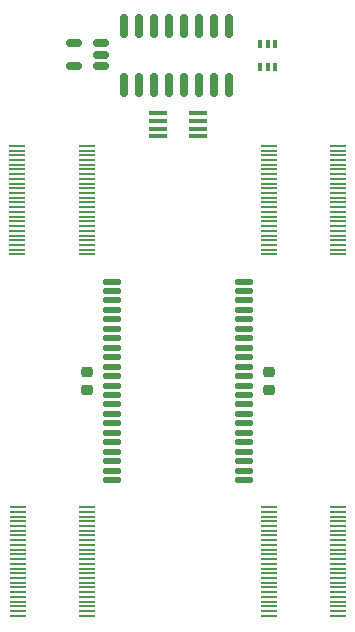
<source format=gtp>
%TF.GenerationSoftware,KiCad,Pcbnew,8.0.7*%
%TF.CreationDate,2025-02-08T20:50:40+05:30*%
%TF.ProjectId,AOS16 Double Buffer,414f5331-3620-4446-9f75-626c65204275,rev?*%
%TF.SameCoordinates,Original*%
%TF.FileFunction,Paste,Top*%
%TF.FilePolarity,Positive*%
%FSLAX46Y46*%
G04 Gerber Fmt 4.6, Leading zero omitted, Abs format (unit mm)*
G04 Created by KiCad (PCBNEW 8.0.7) date 2025-02-08 20:50:40*
%MOMM*%
%LPD*%
G01*
G04 APERTURE LIST*
G04 Aperture macros list*
%AMRoundRect*
0 Rectangle with rounded corners*
0 $1 Rounding radius*
0 $2 $3 $4 $5 $6 $7 $8 $9 X,Y pos of 4 corners*
0 Add a 4 corners polygon primitive as box body*
4,1,4,$2,$3,$4,$5,$6,$7,$8,$9,$2,$3,0*
0 Add four circle primitives for the rounded corners*
1,1,$1+$1,$2,$3*
1,1,$1+$1,$4,$5*
1,1,$1+$1,$6,$7*
1,1,$1+$1,$8,$9*
0 Add four rect primitives between the rounded corners*
20,1,$1+$1,$2,$3,$4,$5,0*
20,1,$1+$1,$4,$5,$6,$7,0*
20,1,$1+$1,$6,$7,$8,$9,0*
20,1,$1+$1,$8,$9,$2,$3,0*%
G04 Aperture macros list end*
%ADD10R,1.600000X0.300000*%
%ADD11RoundRect,0.100000X-0.100000X0.225000X-0.100000X-0.225000X0.100000X-0.225000X0.100000X0.225000X0*%
%ADD12RoundRect,0.150000X-0.150000X0.825000X-0.150000X-0.825000X0.150000X-0.825000X0.150000X0.825000X0*%
%ADD13RoundRect,0.225000X0.250000X-0.225000X0.250000X0.225000X-0.250000X0.225000X-0.250000X-0.225000X0*%
%ADD14R,1.475000X0.200000*%
%ADD15RoundRect,0.150000X0.512500X0.150000X-0.512500X0.150000X-0.512500X-0.150000X0.512500X-0.150000X0*%
%ADD16RoundRect,0.137500X-0.625000X-0.137500X0.625000X-0.137500X0.625000X0.137500X-0.625000X0.137500X0*%
%ADD17RoundRect,0.225000X-0.250000X0.225000X-0.250000X-0.225000X0.250000X-0.225000X0.250000X0.225000X0*%
G04 APERTURE END LIST*
D10*
%TO.C,U2*%
X58767000Y-38215000D03*
X58767000Y-37565000D03*
X58767000Y-36915000D03*
X58767000Y-36265000D03*
X55367000Y-36265000D03*
X55367000Y-36915000D03*
X55367000Y-37565000D03*
X55367000Y-38215000D03*
%TD*%
D11*
%TO.C,IC1*%
X65350000Y-30425000D03*
X64700000Y-30425000D03*
X64050000Y-30425000D03*
X64050000Y-32325000D03*
X64700000Y-32325000D03*
X65350000Y-32325000D03*
%TD*%
D12*
%TO.C,U1*%
X61427000Y-28900000D03*
X60157000Y-28900000D03*
X58887000Y-28900000D03*
X57617000Y-28900000D03*
X56347000Y-28900000D03*
X55077000Y-28900000D03*
X53807000Y-28900000D03*
X52537000Y-28900000D03*
X52537000Y-33850000D03*
X53807000Y-33850000D03*
X55077000Y-33850000D03*
X56347000Y-33850000D03*
X57617000Y-33850000D03*
X58887000Y-33850000D03*
X60157000Y-33850000D03*
X61427000Y-33850000D03*
%TD*%
D13*
%TO.C,C7*%
X64765000Y-59675000D03*
X64765000Y-58125000D03*
%TD*%
D14*
%TO.C,IC5*%
X70655000Y-48210000D03*
X70655000Y-47810000D03*
X70655000Y-47410000D03*
X70655000Y-47010000D03*
X70655000Y-46610000D03*
X70655000Y-46210000D03*
X70655000Y-45810000D03*
X70655000Y-45410000D03*
X70655000Y-45010000D03*
X70655000Y-44610000D03*
X70655000Y-44210000D03*
X70655000Y-43810000D03*
X70655000Y-43410000D03*
X70655000Y-43010000D03*
X70655000Y-42610000D03*
X70655000Y-42210000D03*
X70655000Y-41810000D03*
X70655000Y-41410000D03*
X70655000Y-41010000D03*
X70655000Y-40610000D03*
X70655000Y-40210000D03*
X70655000Y-39810000D03*
X70655000Y-39410000D03*
X70655000Y-39010000D03*
X64779000Y-39010000D03*
X64779000Y-39410000D03*
X64779000Y-39810000D03*
X64779000Y-40210000D03*
X64779000Y-40610000D03*
X64779000Y-41010000D03*
X64779000Y-41410000D03*
X64779000Y-41810000D03*
X64779000Y-42210000D03*
X64779000Y-42610000D03*
X64779000Y-43010000D03*
X64779000Y-43410000D03*
X64779000Y-43810000D03*
X64779000Y-44210000D03*
X64779000Y-44610000D03*
X64779000Y-45010000D03*
X64779000Y-45410000D03*
X64779000Y-45810000D03*
X64779000Y-46210000D03*
X64779000Y-46610000D03*
X64779000Y-47010000D03*
X64779000Y-47410000D03*
X64779000Y-47810000D03*
X64779000Y-48210000D03*
%TD*%
D15*
%TO.C,U3*%
X50595000Y-32237500D03*
X50595000Y-31287500D03*
X50595000Y-30337500D03*
X48320000Y-30337500D03*
X48320000Y-32237500D03*
%TD*%
D16*
%TO.C,IC2*%
X51479500Y-50505000D03*
X51479500Y-51305000D03*
X51479500Y-52105000D03*
X51479500Y-52905000D03*
X51479500Y-53705000D03*
X51479500Y-54505000D03*
X51479500Y-55305000D03*
X51479500Y-56105000D03*
X51479500Y-56905000D03*
X51479500Y-57705000D03*
X51479500Y-58505000D03*
X51479500Y-59305000D03*
X51479500Y-60105000D03*
X51479500Y-60905000D03*
X51479500Y-61705000D03*
X51479500Y-62505000D03*
X51479500Y-63305000D03*
X51479500Y-64105000D03*
X51479500Y-64905000D03*
X51479500Y-65705000D03*
X51479500Y-66505000D03*
X51479500Y-67305000D03*
X62654500Y-67305000D03*
X62654500Y-66505000D03*
X62654500Y-65705000D03*
X62654500Y-64905000D03*
X62654500Y-64105000D03*
X62654500Y-63305000D03*
X62654500Y-62505000D03*
X62654500Y-61705000D03*
X62654500Y-60905000D03*
X62654500Y-60105000D03*
X62654500Y-59305000D03*
X62654500Y-58505000D03*
X62654500Y-57705000D03*
X62654500Y-56905000D03*
X62654500Y-56105000D03*
X62654500Y-55305000D03*
X62654500Y-54505000D03*
X62654500Y-53705000D03*
X62654500Y-52905000D03*
X62654500Y-52105000D03*
X62654500Y-51305000D03*
X62654500Y-50505000D03*
%TD*%
D17*
%TO.C,C8*%
X49425000Y-58130000D03*
X49425000Y-59680000D03*
%TD*%
D14*
%TO.C,IC6*%
X43520000Y-69600000D03*
X43520000Y-70000000D03*
X43520000Y-70400000D03*
X43520000Y-70800000D03*
X43520000Y-71200000D03*
X43520000Y-71600000D03*
X43520000Y-72000000D03*
X43520000Y-72400000D03*
X43520000Y-72800000D03*
X43520000Y-73200000D03*
X43520000Y-73600000D03*
X43520000Y-74000000D03*
X43520000Y-74400000D03*
X43520000Y-74800000D03*
X43520000Y-75200000D03*
X43520000Y-75600000D03*
X43520000Y-76000000D03*
X43520000Y-76400000D03*
X43520000Y-76800000D03*
X43520000Y-77200000D03*
X43520000Y-77600000D03*
X43520000Y-78000000D03*
X43520000Y-78400000D03*
X43520000Y-78800000D03*
X49396000Y-78800000D03*
X49396000Y-78400000D03*
X49396000Y-78000000D03*
X49396000Y-77600000D03*
X49396000Y-77200000D03*
X49396000Y-76800000D03*
X49396000Y-76400000D03*
X49396000Y-76000000D03*
X49396000Y-75600000D03*
X49396000Y-75200000D03*
X49396000Y-74800000D03*
X49396000Y-74400000D03*
X49396000Y-74000000D03*
X49396000Y-73600000D03*
X49396000Y-73200000D03*
X49396000Y-72800000D03*
X49396000Y-72400000D03*
X49396000Y-72000000D03*
X49396000Y-71600000D03*
X49396000Y-71200000D03*
X49396000Y-70800000D03*
X49396000Y-70400000D03*
X49396000Y-70000000D03*
X49396000Y-69600000D03*
%TD*%
%TO.C,IC4*%
X49355000Y-48210000D03*
X49355000Y-47810000D03*
X49355000Y-47410000D03*
X49355000Y-47010000D03*
X49355000Y-46610000D03*
X49355000Y-46210000D03*
X49355000Y-45810000D03*
X49355000Y-45410000D03*
X49355000Y-45010000D03*
X49355000Y-44610000D03*
X49355000Y-44210000D03*
X49355000Y-43810000D03*
X49355000Y-43410000D03*
X49355000Y-43010000D03*
X49355000Y-42610000D03*
X49355000Y-42210000D03*
X49355000Y-41810000D03*
X49355000Y-41410000D03*
X49355000Y-41010000D03*
X49355000Y-40610000D03*
X49355000Y-40210000D03*
X49355000Y-39810000D03*
X49355000Y-39410000D03*
X49355000Y-39010000D03*
X43479000Y-39010000D03*
X43479000Y-39410000D03*
X43479000Y-39810000D03*
X43479000Y-40210000D03*
X43479000Y-40610000D03*
X43479000Y-41010000D03*
X43479000Y-41410000D03*
X43479000Y-41810000D03*
X43479000Y-42210000D03*
X43479000Y-42610000D03*
X43479000Y-43010000D03*
X43479000Y-43410000D03*
X43479000Y-43810000D03*
X43479000Y-44210000D03*
X43479000Y-44610000D03*
X43479000Y-45010000D03*
X43479000Y-45410000D03*
X43479000Y-45810000D03*
X43479000Y-46210000D03*
X43479000Y-46610000D03*
X43479000Y-47010000D03*
X43479000Y-47410000D03*
X43479000Y-47810000D03*
X43479000Y-48210000D03*
%TD*%
%TO.C,IC3*%
X64779000Y-69600000D03*
X64779000Y-70000000D03*
X64779000Y-70400000D03*
X64779000Y-70800000D03*
X64779000Y-71200000D03*
X64779000Y-71600000D03*
X64779000Y-72000000D03*
X64779000Y-72400000D03*
X64779000Y-72800000D03*
X64779000Y-73200000D03*
X64779000Y-73600000D03*
X64779000Y-74000000D03*
X64779000Y-74400000D03*
X64779000Y-74800000D03*
X64779000Y-75200000D03*
X64779000Y-75600000D03*
X64779000Y-76000000D03*
X64779000Y-76400000D03*
X64779000Y-76800000D03*
X64779000Y-77200000D03*
X64779000Y-77600000D03*
X64779000Y-78000000D03*
X64779000Y-78400000D03*
X64779000Y-78800000D03*
X70655000Y-78800000D03*
X70655000Y-78400000D03*
X70655000Y-78000000D03*
X70655000Y-77600000D03*
X70655000Y-77200000D03*
X70655000Y-76800000D03*
X70655000Y-76400000D03*
X70655000Y-76000000D03*
X70655000Y-75600000D03*
X70655000Y-75200000D03*
X70655000Y-74800000D03*
X70655000Y-74400000D03*
X70655000Y-74000000D03*
X70655000Y-73600000D03*
X70655000Y-73200000D03*
X70655000Y-72800000D03*
X70655000Y-72400000D03*
X70655000Y-72000000D03*
X70655000Y-71600000D03*
X70655000Y-71200000D03*
X70655000Y-70800000D03*
X70655000Y-70400000D03*
X70655000Y-70000000D03*
X70655000Y-69600000D03*
%TD*%
M02*

</source>
